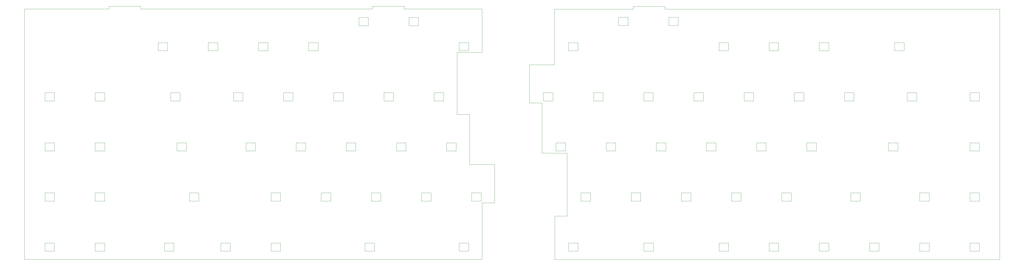
<source format=gbr>
%TF.GenerationSoftware,KiCad,Pcbnew,8.0.8*%
%TF.CreationDate,2025-04-10T14:10:57+09:00*%
%TF.ProjectId,sswkbd_wiring,7373776b-6264-45f7-9769-72696e672e6b,rev?*%
%TF.SameCoordinates,Original*%
%TF.FileFunction,Profile,NP*%
%FSLAX46Y46*%
G04 Gerber Fmt 4.6, Leading zero omitted, Abs format (unit mm)*
G04 Created by KiCad (PCBNEW 8.0.8) date 2025-04-10 14:10:57*
%MOMM*%
%LPD*%
G01*
G04 APERTURE LIST*
%TA.AperFunction,Profile*%
%ADD10C,0.050000*%
%TD*%
%TA.AperFunction,Profile*%
%ADD11C,0.100000*%
%TD*%
G04 APERTURE END LIST*
D10*
X196922000Y-64185000D02*
X196922000Y-80735000D01*
X266150000Y-64300000D02*
X392900000Y-64300000D01*
X266150000Y-63300000D02*
X266150000Y-64300000D01*
X254150000Y-63300000D02*
X266150000Y-63300000D01*
X254150000Y-64300000D02*
X254150000Y-63300000D01*
X224350000Y-64300000D02*
X254150000Y-64300000D01*
X67622000Y-64185000D02*
X155372000Y-64185000D01*
X67622000Y-63185000D02*
X67622000Y-64185000D01*
X55622000Y-63185000D02*
X67622000Y-63185000D01*
X55622000Y-64185000D02*
X55622000Y-63185000D01*
X23622000Y-64185000D02*
X55622000Y-64185000D01*
X192171793Y-104235000D02*
X187421556Y-104235000D01*
X224400000Y-142800000D02*
X224400000Y-159300000D01*
X224350000Y-64300000D02*
X224350000Y-85350000D01*
X214850000Y-85350000D02*
X214850000Y-99850000D01*
X201672130Y-123235000D02*
X192171793Y-123235000D01*
X196872000Y-137735000D02*
X201672130Y-137735000D01*
X187421556Y-80735000D02*
X196921425Y-80735000D01*
X229100000Y-118850000D02*
X229100000Y-142800000D01*
X224400000Y-159300000D02*
X392900000Y-159300000D01*
X196872000Y-159185000D02*
X196872000Y-137735000D01*
X219600000Y-118850000D02*
X229100000Y-118850000D01*
X23622000Y-64185000D02*
X23622000Y-159185000D01*
X229100000Y-142800000D02*
X224400000Y-142800000D01*
X214850000Y-99850000D02*
X219600000Y-99850000D01*
X187421556Y-104235000D02*
X187421556Y-80735000D01*
X201672130Y-137735000D02*
X201672130Y-123235000D01*
X192171793Y-123235000D02*
X192171793Y-104235000D01*
X224350000Y-85350000D02*
X214850000Y-85350000D01*
X23622000Y-159185000D02*
X196872000Y-159185000D01*
X392900000Y-159300000D02*
X392900000Y-64300000D01*
X219600000Y-99850000D02*
X219600000Y-118850000D01*
X167372000Y-64185000D02*
X167372000Y-63185000D01*
X167372000Y-63185000D02*
X155372000Y-63185000D01*
X155372000Y-63185000D02*
X155372000Y-64185000D01*
X196922000Y-64185000D02*
X167372000Y-64185000D01*
D11*
%TO.C,LED77*%
X234363000Y-133998000D02*
X237963000Y-133998000D01*
X234363000Y-137098000D02*
X234363000Y-133998000D01*
X237963000Y-133998000D02*
X237963000Y-137098000D01*
X237963000Y-137098000D02*
X234363000Y-137098000D01*
%TO.C,LED3*%
X31378750Y-133998000D02*
X34978750Y-133998000D01*
X31378750Y-137098000D02*
X31378750Y-133998000D01*
X34978750Y-133998000D02*
X34978750Y-137098000D01*
X34978750Y-137098000D02*
X31378750Y-137098000D01*
%TO.C,LED27*%
X145465750Y-114973000D02*
X149065750Y-114973000D01*
X145465750Y-118073000D02*
X145465750Y-114973000D01*
X149065750Y-114973000D02*
X149065750Y-118073000D01*
X149065750Y-118073000D02*
X145465750Y-118073000D01*
%TO.C,LED70*%
X253363000Y-133998000D02*
X256963000Y-133998000D01*
X253363000Y-137098000D02*
X253363000Y-133998000D01*
X256963000Y-133998000D02*
X256963000Y-137098000D01*
X256963000Y-137098000D02*
X253363000Y-137098000D01*
%TO.C,LED7*%
X50378750Y-114973000D02*
X53978750Y-114973000D01*
X50378750Y-118073000D02*
X50378750Y-114973000D01*
X53978750Y-114973000D02*
X53978750Y-118073000D01*
X53978750Y-118073000D02*
X50378750Y-118073000D01*
%TO.C,LED32*%
X173965750Y-133998000D02*
X177565750Y-133998000D01*
X173965750Y-137098000D02*
X173965750Y-133998000D01*
X177565750Y-133998000D02*
X177565750Y-137098000D01*
X177565750Y-137098000D02*
X173965750Y-137098000D01*
%TO.C,LED38*%
X188215750Y-76948000D02*
X191815750Y-76948000D01*
X188215750Y-80048000D02*
X188215750Y-76948000D01*
X191815750Y-76948000D02*
X191815750Y-80048000D01*
X191815750Y-80048000D02*
X188215750Y-80048000D01*
%TO.C,LED13*%
X76565750Y-152998000D02*
X80165750Y-152998000D01*
X76565750Y-156098000D02*
X76565750Y-152998000D01*
X80165750Y-152998000D02*
X80165750Y-156098000D01*
X80165750Y-156098000D02*
X76565750Y-156098000D01*
%TO.C,LED30*%
X159715750Y-95948000D02*
X163315750Y-95948000D01*
X159715750Y-99048000D02*
X159715750Y-95948000D01*
X163315750Y-95948000D02*
X163315750Y-99048000D01*
X163315750Y-99048000D02*
X159715750Y-99048000D01*
%TO.C,LED28*%
X131215750Y-76948000D02*
X134815750Y-76948000D01*
X131215750Y-80048000D02*
X131215750Y-76948000D01*
X134815750Y-76948000D02*
X134815750Y-80048000D01*
X134815750Y-80048000D02*
X131215750Y-80048000D01*
%TO.C,LED71*%
X258138000Y-152998000D02*
X261738000Y-152998000D01*
X258138000Y-156098000D02*
X258138000Y-152998000D01*
X261738000Y-152998000D02*
X261738000Y-156098000D01*
X261738000Y-156098000D02*
X258138000Y-156098000D01*
%TO.C,LED35*%
X178715750Y-95948000D02*
X182315750Y-95948000D01*
X178715750Y-99048000D02*
X178715750Y-95948000D01*
X182315750Y-95948000D02*
X182315750Y-99048000D01*
X182315750Y-99048000D02*
X178715750Y-99048000D01*
%TO.C,LED29*%
X150216250Y-67422000D02*
X153816250Y-67422000D01*
X150216250Y-70522000D02*
X150216250Y-67422000D01*
X153816250Y-67422000D02*
X153816250Y-70522000D01*
X153816250Y-70522000D02*
X150216250Y-70522000D01*
%TO.C,LED58*%
X286613000Y-76948000D02*
X290213000Y-76948000D01*
X286613000Y-80048000D02*
X286613000Y-76948000D01*
X290213000Y-76948000D02*
X290213000Y-80048000D01*
X290213000Y-80048000D02*
X286613000Y-80048000D01*
%TO.C,LED11*%
X81315750Y-114973000D02*
X84915750Y-114973000D01*
X81315750Y-118073000D02*
X81315750Y-114973000D01*
X84915750Y-114973000D02*
X84915750Y-118073000D01*
X84915750Y-118073000D02*
X81315750Y-118073000D01*
%TO.C,LED52*%
X324613000Y-152998000D02*
X328213000Y-152998000D01*
X324613000Y-156098000D02*
X324613000Y-152998000D01*
X328213000Y-152998000D02*
X328213000Y-156098000D01*
X328213000Y-156098000D02*
X324613000Y-156098000D01*
%TO.C,LED60*%
X300863000Y-114973000D02*
X304463000Y-114973000D01*
X300863000Y-118073000D02*
X300863000Y-114973000D01*
X304463000Y-114973000D02*
X304463000Y-118073000D01*
X304463000Y-118073000D02*
X300863000Y-118073000D01*
%TO.C,LED76*%
X224863000Y-114973000D02*
X228463000Y-114973000D01*
X224863000Y-118073000D02*
X224863000Y-114973000D01*
X228463000Y-114973000D02*
X228463000Y-118073000D01*
X228463000Y-118073000D02*
X224863000Y-118073000D01*
%TO.C,LED46*%
X357888000Y-95948000D02*
X361488000Y-95948000D01*
X357888000Y-99048000D02*
X357888000Y-95948000D01*
X361488000Y-95948000D02*
X361488000Y-99048000D01*
X361488000Y-99048000D02*
X357888000Y-99048000D01*
%TO.C,LED37*%
X169216250Y-67422000D02*
X172816250Y-67422000D01*
X169216250Y-70522000D02*
X169216250Y-67422000D01*
X172816250Y-67422000D02*
X172816250Y-70522000D01*
X172816250Y-70522000D02*
X169216250Y-70522000D01*
%TO.C,LED68*%
X258113000Y-95948000D02*
X261713000Y-95948000D01*
X258113000Y-99048000D02*
X258113000Y-95948000D01*
X261713000Y-95948000D02*
X261713000Y-99048000D01*
X261713000Y-99048000D02*
X258113000Y-99048000D01*
%TO.C,LED45*%
X350763000Y-114973000D02*
X354363000Y-114973000D01*
X350763000Y-118073000D02*
X350763000Y-114973000D01*
X354363000Y-114973000D02*
X354363000Y-118073000D01*
X354363000Y-118073000D02*
X350763000Y-118073000D01*
%TO.C,LED50*%
X336513000Y-133998000D02*
X340113000Y-133998000D01*
X336513000Y-137098000D02*
X336513000Y-133998000D01*
X340113000Y-133998000D02*
X340113000Y-137098000D01*
X340113000Y-137098000D02*
X336513000Y-137098000D01*
%TO.C,LED14*%
X97965750Y-152998000D02*
X101565750Y-152998000D01*
X97965750Y-156098000D02*
X97965750Y-152998000D01*
X101565750Y-152998000D02*
X101565750Y-156098000D01*
X101565750Y-156098000D02*
X97965750Y-156098000D01*
%TO.C,LED1*%
X31378750Y-95948000D02*
X34978750Y-95948000D01*
X31378750Y-99048000D02*
X31378750Y-95948000D01*
X34978750Y-95948000D02*
X34978750Y-99048000D01*
X34978750Y-99048000D02*
X31378750Y-99048000D01*
%TO.C,LED62*%
X286613000Y-152998000D02*
X290213000Y-152998000D01*
X286613000Y-156098000D02*
X286613000Y-152998000D01*
X290213000Y-152998000D02*
X290213000Y-156098000D01*
X290213000Y-156098000D02*
X286613000Y-156098000D01*
%TO.C,LED69*%
X262863000Y-114973000D02*
X266463000Y-114973000D01*
X262863000Y-118073000D02*
X262863000Y-114973000D01*
X266463000Y-114973000D02*
X266463000Y-118073000D01*
X266463000Y-118073000D02*
X262863000Y-118073000D01*
%TO.C,LED64*%
X281863000Y-114973000D02*
X285463000Y-114973000D01*
X281863000Y-118073000D02*
X281863000Y-114973000D01*
X285463000Y-114973000D02*
X285463000Y-118073000D01*
X285463000Y-118073000D02*
X281863000Y-118073000D01*
%TO.C,LED18*%
X102715750Y-95948000D02*
X106315750Y-95948000D01*
X102715750Y-99048000D02*
X102715750Y-95948000D01*
X106315750Y-95948000D02*
X106315750Y-99048000D01*
X106315750Y-99048000D02*
X102715750Y-99048000D01*
%TO.C,LED74*%
X229613000Y-76948000D02*
X233213000Y-76948000D01*
X229613000Y-80048000D02*
X229613000Y-76948000D01*
X233213000Y-76948000D02*
X233213000Y-80048000D01*
X233213000Y-80048000D02*
X229613000Y-80048000D01*
%TO.C,LED24*%
X152565750Y-152998000D02*
X156165750Y-152998000D01*
X152565750Y-156098000D02*
X152565750Y-152998000D01*
X156165750Y-152998000D02*
X156165750Y-156098000D01*
X156165750Y-156098000D02*
X152565750Y-156098000D01*
%TO.C,LED63*%
X272363000Y-133998000D02*
X275963000Y-133998000D01*
X272363000Y-137098000D02*
X272363000Y-133998000D01*
X275963000Y-133998000D02*
X275963000Y-137098000D01*
X275963000Y-137098000D02*
X272363000Y-137098000D01*
%TO.C,LED61*%
X291363000Y-133998000D02*
X294963000Y-133998000D01*
X291363000Y-137098000D02*
X291363000Y-133998000D01*
X294963000Y-133998000D02*
X294963000Y-137098000D01*
X294963000Y-137098000D02*
X291363000Y-137098000D01*
%TO.C,LED2*%
X31378750Y-114973000D02*
X34978750Y-114973000D01*
X31378750Y-118073000D02*
X31378750Y-114973000D01*
X34978750Y-114973000D02*
X34978750Y-118073000D01*
X34978750Y-118073000D02*
X31378750Y-118073000D01*
%TO.C,LED20*%
X112215750Y-76948000D02*
X115815750Y-76948000D01*
X112215750Y-80048000D02*
X112215750Y-76948000D01*
X115815750Y-76948000D02*
X115815750Y-80048000D01*
X115815750Y-80048000D02*
X112215750Y-80048000D01*
%TO.C,LED19*%
X93215750Y-76948000D02*
X96815750Y-76948000D01*
X93215750Y-80048000D02*
X93215750Y-76948000D01*
X96815750Y-76948000D02*
X96815750Y-80048000D01*
X96815750Y-80048000D02*
X93215750Y-80048000D01*
%TO.C,LED41*%
X381613000Y-133998000D02*
X385213000Y-133998000D01*
X381613000Y-137098000D02*
X381613000Y-133998000D01*
X385213000Y-133998000D02*
X385213000Y-137098000D01*
X385213000Y-137098000D02*
X381613000Y-137098000D01*
%TO.C,LED33*%
X188215750Y-152998000D02*
X191815750Y-152998000D01*
X188215750Y-156098000D02*
X188215750Y-152998000D01*
X191815750Y-152998000D02*
X191815750Y-156098000D01*
X191815750Y-156098000D02*
X188215750Y-156098000D01*
%TO.C,LED59*%
X296113000Y-95948000D02*
X299713000Y-95948000D01*
X296113000Y-99048000D02*
X296113000Y-95948000D01*
X299713000Y-95948000D02*
X299713000Y-99048000D01*
X299713000Y-99048000D02*
X296113000Y-99048000D01*
%TO.C,LED72*%
X243863000Y-114973000D02*
X247463000Y-114973000D01*
X243863000Y-118073000D02*
X243863000Y-114973000D01*
X247463000Y-114973000D02*
X247463000Y-118073000D01*
X247463000Y-118073000D02*
X243863000Y-118073000D01*
%TO.C,LED57*%
X305613000Y-76948000D02*
X309213000Y-76948000D01*
X305613000Y-80048000D02*
X305613000Y-76948000D01*
X309213000Y-76948000D02*
X309213000Y-80048000D01*
X309213000Y-80048000D02*
X305613000Y-80048000D01*
%TO.C,LED47*%
X353138000Y-76948000D02*
X356738000Y-76948000D01*
X353138000Y-80048000D02*
X353138000Y-76948000D01*
X356738000Y-76948000D02*
X356738000Y-80048000D01*
X356738000Y-80048000D02*
X353138000Y-80048000D01*
%TO.C,LED48*%
X324613000Y-76948000D02*
X328213000Y-76948000D01*
X324613000Y-80048000D02*
X324613000Y-76948000D01*
X328213000Y-76948000D02*
X328213000Y-80048000D01*
X328213000Y-80048000D02*
X324613000Y-80048000D01*
%TO.C,LED22*%
X126465750Y-114973000D02*
X130065750Y-114973000D01*
X126465750Y-118073000D02*
X126465750Y-114973000D01*
X130065750Y-114973000D02*
X130065750Y-118073000D01*
X130065750Y-118073000D02*
X126465750Y-118073000D01*
%TO.C,LED73*%
X239113000Y-95948000D02*
X242713000Y-95948000D01*
X239113000Y-99048000D02*
X239113000Y-95948000D01*
X242713000Y-95948000D02*
X242713000Y-99048000D01*
X242713000Y-99048000D02*
X239113000Y-99048000D01*
%TO.C,LED23*%
X135965750Y-133998000D02*
X139565750Y-133998000D01*
X135965750Y-137098000D02*
X135965750Y-133998000D01*
X139565750Y-133998000D02*
X139565750Y-137098000D01*
X139565750Y-137098000D02*
X135965750Y-137098000D01*
%TO.C,LED43*%
X362613000Y-152998000D02*
X366213000Y-152998000D01*
X362613000Y-156098000D02*
X362613000Y-152998000D01*
X366213000Y-152998000D02*
X366213000Y-156098000D01*
X366213000Y-156098000D02*
X362613000Y-156098000D01*
%TO.C,LED4*%
X31378750Y-152998000D02*
X34978750Y-152998000D01*
X31378750Y-156098000D02*
X31378750Y-152998000D01*
X34978750Y-152998000D02*
X34978750Y-156098000D01*
X34978750Y-156098000D02*
X31378750Y-156098000D01*
%TO.C,LED21*%
X121715750Y-95948000D02*
X125315750Y-95948000D01*
X121715750Y-99048000D02*
X121715750Y-95948000D01*
X125315750Y-95948000D02*
X125315750Y-99048000D01*
X125315750Y-99048000D02*
X121715750Y-99048000D01*
%TO.C,LED8*%
X50378750Y-95948000D02*
X53978750Y-95948000D01*
X50378750Y-99048000D02*
X50378750Y-95948000D01*
X53978750Y-95948000D02*
X53978750Y-99048000D01*
X53978750Y-99048000D02*
X50378750Y-99048000D01*
%TO.C,LED49*%
X334113000Y-95948000D02*
X337713000Y-95948000D01*
X334113000Y-99048000D02*
X334113000Y-95948000D01*
X337713000Y-95948000D02*
X337713000Y-99048000D01*
X337713000Y-99048000D02*
X334113000Y-99048000D01*
%TO.C,LED15*%
X116965750Y-152998000D02*
X120565750Y-152998000D01*
X116965750Y-156098000D02*
X116965750Y-152998000D01*
X120565750Y-152998000D02*
X120565750Y-156098000D01*
X120565750Y-156098000D02*
X116965750Y-156098000D01*
%TO.C,LED78*%
X229613000Y-152998000D02*
X233213000Y-152998000D01*
X229613000Y-156098000D02*
X229613000Y-152998000D01*
X233213000Y-152998000D02*
X233213000Y-156098000D01*
X233213000Y-156098000D02*
X229613000Y-156098000D01*
%TO.C,LED39*%
X381613000Y-95948000D02*
X385213000Y-95948000D01*
X381613000Y-99048000D02*
X381613000Y-95948000D01*
X385213000Y-95948000D02*
X385213000Y-99048000D01*
X385213000Y-99048000D02*
X381613000Y-99048000D01*
%TO.C,LED44*%
X362613000Y-133998000D02*
X366213000Y-133998000D01*
X362613000Y-137098000D02*
X362613000Y-133998000D01*
X366213000Y-133998000D02*
X366213000Y-137098000D01*
X366213000Y-137098000D02*
X362613000Y-137098000D01*
%TO.C,LED75*%
X220113000Y-95948000D02*
X223713000Y-95948000D01*
X220113000Y-99048000D02*
X220113000Y-95948000D01*
X223713000Y-95948000D02*
X223713000Y-99048000D01*
X223713000Y-99048000D02*
X220113000Y-99048000D01*
%TO.C,LED5*%
X50378750Y-152998000D02*
X53978750Y-152998000D01*
X50378750Y-156098000D02*
X50378750Y-152998000D01*
X53978750Y-152998000D02*
X53978750Y-156098000D01*
X53978750Y-156098000D02*
X50378750Y-156098000D01*
%TO.C,LED51*%
X343613000Y-152998000D02*
X347213000Y-152998000D01*
X343613000Y-156098000D02*
X343613000Y-152998000D01*
X347213000Y-152998000D02*
X347213000Y-156098000D01*
X347213000Y-156098000D02*
X343613000Y-156098000D01*
%TO.C,LED6*%
X50378750Y-133998000D02*
X53978750Y-133998000D01*
X50378750Y-137098000D02*
X50378750Y-133998000D01*
X53978750Y-133998000D02*
X53978750Y-137098000D01*
X53978750Y-137098000D02*
X50378750Y-137098000D01*
%TO.C,LED42*%
X381613000Y-152998000D02*
X385213000Y-152998000D01*
X381613000Y-156098000D02*
X381613000Y-152998000D01*
X385213000Y-152998000D02*
X385213000Y-156098000D01*
X385213000Y-156098000D02*
X381613000Y-156098000D01*
%TO.C,LED34*%
X192965750Y-133998000D02*
X196565750Y-133998000D01*
X192965750Y-137098000D02*
X192965750Y-133998000D01*
X196565750Y-133998000D02*
X196565750Y-137098000D01*
X196565750Y-137098000D02*
X192965750Y-137098000D01*
%TO.C,LED10*%
X78940750Y-95948000D02*
X82540750Y-95948000D01*
X78940750Y-99048000D02*
X78940750Y-95948000D01*
X82540750Y-95948000D02*
X82540750Y-99048000D01*
X82540750Y-99048000D02*
X78940750Y-99048000D01*
%TO.C,LED17*%
X107465750Y-114973000D02*
X111065750Y-114973000D01*
X107465750Y-118073000D02*
X107465750Y-114973000D01*
X111065750Y-114973000D02*
X111065750Y-118073000D01*
X111065750Y-118073000D02*
X107465750Y-118073000D01*
%TO.C,LED56*%
X319863000Y-114973000D02*
X323463000Y-114973000D01*
X319863000Y-118073000D02*
X319863000Y-114973000D01*
X323463000Y-114973000D02*
X323463000Y-118073000D01*
X323463000Y-118073000D02*
X319863000Y-118073000D01*
%TO.C,LED67*%
X248587000Y-67352000D02*
X252187000Y-67352000D01*
X248587000Y-70452000D02*
X248587000Y-67352000D01*
X252187000Y-67352000D02*
X252187000Y-70452000D01*
X252187000Y-70452000D02*
X248587000Y-70452000D01*
%TO.C,LED31*%
X164465750Y-114973000D02*
X168065750Y-114973000D01*
X164465750Y-118073000D02*
X164465750Y-114973000D01*
X168065750Y-114973000D02*
X168065750Y-118073000D01*
X168065750Y-118073000D02*
X164465750Y-118073000D01*
%TO.C,LED53*%
X305613000Y-152998000D02*
X309213000Y-152998000D01*
X305613000Y-156098000D02*
X305613000Y-152998000D01*
X309213000Y-152998000D02*
X309213000Y-156098000D01*
X309213000Y-156098000D02*
X305613000Y-156098000D01*
%TO.C,LED36*%
X183465750Y-114973000D02*
X187065750Y-114973000D01*
X183465750Y-118073000D02*
X183465750Y-114973000D01*
X187065750Y-114973000D02*
X187065750Y-118073000D01*
X187065750Y-118073000D02*
X183465750Y-118073000D01*
%TO.C,LED65*%
X267587000Y-67352000D02*
X271187000Y-67352000D01*
X267587000Y-70452000D02*
X267587000Y-67352000D01*
X271187000Y-67352000D02*
X271187000Y-70452000D01*
X271187000Y-70452000D02*
X267587000Y-70452000D01*
%TO.C,LED9*%
X74215750Y-76948000D02*
X77815750Y-76948000D01*
X74215750Y-80048000D02*
X74215750Y-76948000D01*
X77815750Y-76948000D02*
X77815750Y-80048000D01*
X77815750Y-80048000D02*
X74215750Y-80048000D01*
%TO.C,LED66*%
X277113000Y-95948000D02*
X280713000Y-95948000D01*
X277113000Y-99048000D02*
X277113000Y-95948000D01*
X280713000Y-95948000D02*
X280713000Y-99048000D01*
X280713000Y-99048000D02*
X277113000Y-99048000D01*
%TO.C,LED26*%
X140715750Y-95948000D02*
X144315750Y-95948000D01*
X140715750Y-99048000D02*
X140715750Y-95948000D01*
X144315750Y-95948000D02*
X144315750Y-99048000D01*
X144315750Y-99048000D02*
X140715750Y-99048000D01*
%TO.C,LED54*%
X310363000Y-133998000D02*
X313963000Y-133998000D01*
X310363000Y-137098000D02*
X310363000Y-133998000D01*
X313963000Y-133998000D02*
X313963000Y-137098000D01*
X313963000Y-137098000D02*
X310363000Y-137098000D01*
%TO.C,LED55*%
X315113000Y-95948000D02*
X318713000Y-95948000D01*
X315113000Y-99048000D02*
X315113000Y-95948000D01*
X318713000Y-95948000D02*
X318713000Y-99048000D01*
X318713000Y-99048000D02*
X315113000Y-99048000D01*
%TO.C,LED12*%
X86065750Y-133998000D02*
X89665750Y-133998000D01*
X86065750Y-137098000D02*
X86065750Y-133998000D01*
X89665750Y-133998000D02*
X89665750Y-137098000D01*
X89665750Y-137098000D02*
X86065750Y-137098000D01*
%TO.C,LED40*%
X381613000Y-114973000D02*
X385213000Y-114973000D01*
X381613000Y-118073000D02*
X381613000Y-114973000D01*
X385213000Y-114973000D02*
X385213000Y-118073000D01*
X385213000Y-118073000D02*
X381613000Y-118073000D01*
%TO.C,LED25*%
X154965750Y-133998000D02*
X158565750Y-133998000D01*
X154965750Y-137098000D02*
X154965750Y-133998000D01*
X158565750Y-133998000D02*
X158565750Y-137098000D01*
X158565750Y-137098000D02*
X154965750Y-137098000D01*
%TO.C,LED16*%
X116965750Y-133998000D02*
X120565750Y-133998000D01*
X116965750Y-137098000D02*
X116965750Y-133998000D01*
X120565750Y-133998000D02*
X120565750Y-137098000D01*
X120565750Y-137098000D02*
X116965750Y-137098000D01*
%TD*%
M02*

</source>
